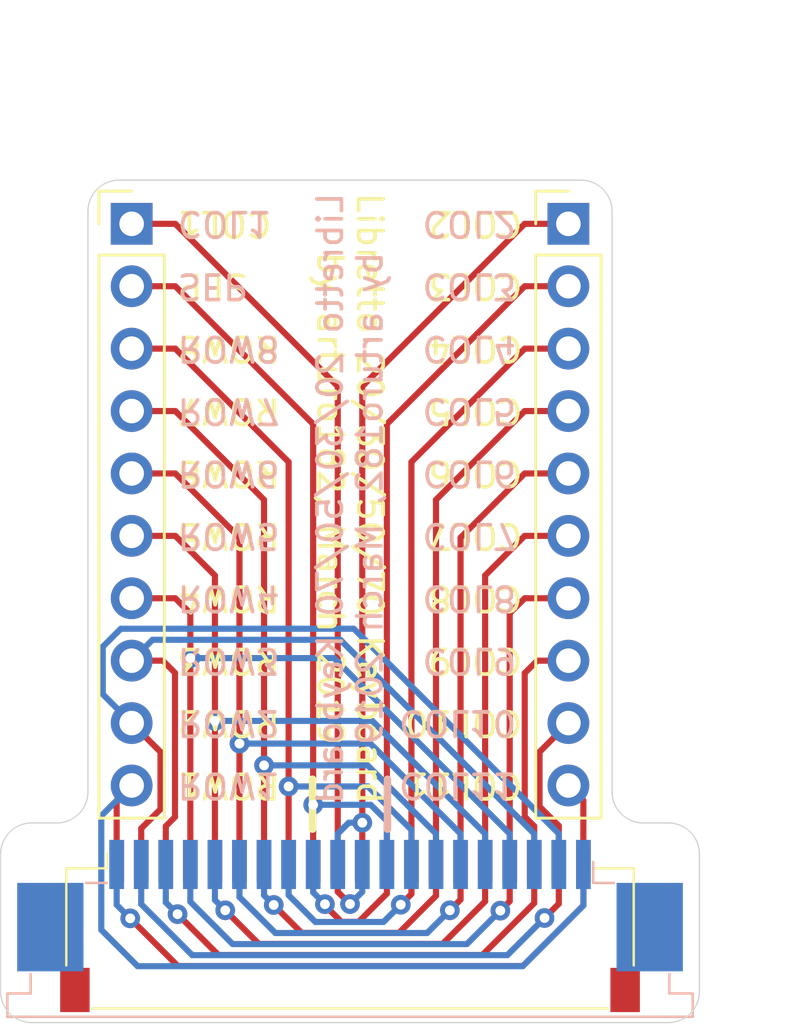
<source format=kicad_pcb>
(kicad_pcb (version 20171130) (host pcbnew "(5.1.0-68-ga7270f8c1)")

  (general
    (thickness 1.6)
    (drawings 63)
    (tracks 192)
    (zones 0)
    (modules 4)
    (nets 21)
  )

  (page A4)
  (layers
    (0 F.Cu signal)
    (31 B.Cu signal)
    (32 B.Adhes user)
    (33 F.Adhes user)
    (34 B.Paste user)
    (35 F.Paste user)
    (36 B.SilkS user hide)
    (37 F.SilkS user hide)
    (38 B.Mask user)
    (39 F.Mask user)
    (40 Dwgs.User user)
    (41 Cmts.User user)
    (42 Eco1.User user)
    (43 Eco2.User user)
    (44 Edge.Cuts user)
    (45 Margin user)
    (46 B.CrtYd user)
    (47 F.CrtYd user)
    (48 B.Fab user)
    (49 F.Fab user)
  )

  (setup
    (last_trace_width 0.25)
    (trace_clearance 0.2)
    (zone_clearance 0.508)
    (zone_45_only no)
    (trace_min 0.2)
    (via_size 0.8)
    (via_drill 0.4)
    (via_min_size 0.4)
    (via_min_drill 0.3)
    (uvia_size 0.3)
    (uvia_drill 0.1)
    (uvias_allowed no)
    (uvia_min_size 0.2)
    (uvia_min_drill 0.1)
    (edge_width 0.05)
    (segment_width 0.2)
    (pcb_text_width 0.3)
    (pcb_text_size 1.5 1.5)
    (mod_edge_width 0.12)
    (mod_text_size 1 1)
    (mod_text_width 0.15)
    (pad_size 1.524 1.524)
    (pad_drill 0.762)
    (pad_to_mask_clearance 0.051)
    (solder_mask_min_width 0.25)
    (aux_axis_origin 0 0)
    (visible_elements 7FFDFF7F)
    (pcbplotparams
      (layerselection 0x010fc_ffffffff)
      (usegerberextensions false)
      (usegerberattributes false)
      (usegerberadvancedattributes false)
      (creategerberjobfile false)
      (excludeedgelayer true)
      (linewidth 0.100000)
      (plotframeref false)
      (viasonmask false)
      (mode 1)
      (useauxorigin false)
      (hpglpennumber 1)
      (hpglpenspeed 20)
      (hpglpendiameter 15.000000)
      (psnegative false)
      (psa4output false)
      (plotreference true)
      (plotvalue true)
      (plotinvisibletext false)
      (padsonsilk false)
      (subtractmaskfromsilk false)
      (outputformat 1)
      (mirror false)
      (drillshape 1)
      (scaleselection 1)
      (outputdirectory ""))
  )

  (net 0 "")
  (net 1 /COL2)
  (net 2 /COL1)
  (net 3 /ROW8)
  (net 4 /ROW7)
  (net 5 /ROW6)
  (net 6 /ROW5)
  (net 7 /ROW4)
  (net 8 /ROW3)
  (net 9 /ROW2)
  (net 10 /ROW1)
  (net 11 /COL11)
  (net 12 /COL10)
  (net 13 /COL9)
  (net 14 /COL8)
  (net 15 /COL7)
  (net 16 /COL6)
  (net 17 /COL5)
  (net 18 /COL4)
  (net 19 /COL3)
  (net 20 /SEP)

  (net_class Default "This is the default net class."
    (clearance 0.2)
    (trace_width 0.25)
    (via_dia 0.8)
    (via_drill 0.4)
    (uvia_dia 0.3)
    (uvia_drill 0.1)
    (add_net /COL1)
    (add_net /COL10)
    (add_net /COL11)
    (add_net /COL2)
    (add_net /COL3)
    (add_net /COL4)
    (add_net /COL5)
    (add_net /COL6)
    (add_net /COL7)
    (add_net /COL8)
    (add_net /COL9)
    (add_net /ROW1)
    (add_net /ROW2)
    (add_net /ROW3)
    (add_net /ROW4)
    (add_net /ROW5)
    (add_net /ROW6)
    (add_net /ROW7)
    (add_net /ROW8)
    (add_net /SEP)
  )

  (module Connector_TE-Connectivity_Extra:2-84953-0 (layer B.Cu) (tedit 5CA0BFC3) (tstamp 5CA0C329)
    (at 156.21 101.635 180)
    (path /5CA0CC30)
    (attr smd)
    (fp_text reference J4 (at 0 -5.25 180) (layer B.SilkS) hide
      (effects (font (size 1 1) (thickness 0.15)) (justify mirror))
    )
    (fp_text value CONN_KEYB2 (at 0 3.8 180) (layer B.Fab)
      (effects (font (size 1 1) (thickness 0.15)) (justify mirror))
    )
    (fp_line (start 13 -3.35) (end 13.9 -3.35) (layer B.SilkS) (width 0.1))
    (fp_line (start 13 -2.55) (end 13 -3.35) (layer B.SilkS) (width 0.1))
    (fp_line (start 13.95 -3.35) (end 13.95 -4.3) (layer B.SilkS) (width 0.1))
    (fp_line (start 9.9 1.15) (end 10.75 1.15) (layer B.SilkS) (width 0.1))
    (fp_line (start -9.9 1.15) (end -9.9 2) (layer B.SilkS) (width 0.1))
    (fp_line (start -13.95 -4.3) (end 13.95 -4.3) (layer B.SilkS) (width 0.1))
    (fp_line (start -13.95 -3.35) (end -13.95 -4.3) (layer B.SilkS) (width 0.1))
    (fp_line (start -13 -3.35) (end -13.9 -3.35) (layer B.SilkS) (width 0.1))
    (fp_line (start -13 -2.55) (end -13 -3.35) (layer B.SilkS) (width 0.1))
    (fp_line (start -9.9 1.15) (end -10.75 1.15) (layer B.SilkS) (width 0.1))
    (fp_line (start -14 -4.35) (end -14 3.3) (layer B.CrtYd) (width 0.12))
    (fp_line (start 14 -4.35) (end -14 -4.35) (layer B.CrtYd) (width 0.12))
    (fp_line (start 14 3.3) (end 14 -4.35) (layer B.CrtYd) (width 0.12))
    (fp_line (start -14 3.3) (end 14 3.3) (layer B.CrtYd) (width 0.12))
    (pad 20 smd rect (at 9.5 1.9 180) (size 0.6 2) (layers B.Cu B.Paste B.Mask)
      (net 11 /COL11))
    (pad 19 smd rect (at 8.5 1.9 180) (size 0.6 2) (layers B.Cu B.Paste B.Mask)
      (net 12 /COL10))
    (pad 18 smd rect (at 7.5 1.9 180) (size 0.6 2) (layers B.Cu B.Paste B.Mask)
      (net 13 /COL9))
    (pad 17 smd rect (at 6.5 1.9 180) (size 0.6 2) (layers B.Cu B.Paste B.Mask)
      (net 14 /COL8))
    (pad 16 smd rect (at 5.5 1.9 180) (size 0.6 2) (layers B.Cu B.Paste B.Mask)
      (net 15 /COL7))
    (pad 15 smd rect (at 4.5 1.9 180) (size 0.6 2) (layers B.Cu B.Paste B.Mask)
      (net 16 /COL6))
    (pad 14 smd rect (at 3.5 1.9 180) (size 0.6 2) (layers B.Cu B.Paste B.Mask)
      (net 17 /COL5))
    (pad 13 smd rect (at 2.5 1.9 180) (size 0.6 2) (layers B.Cu B.Paste B.Mask)
      (net 18 /COL4))
    (pad 12 smd rect (at 1.5 1.9 180) (size 0.6 2) (layers B.Cu B.Paste B.Mask)
      (net 19 /COL3))
    (pad 11 smd rect (at 0.5 1.9 180) (size 0.6 2) (layers B.Cu B.Paste B.Mask)
      (net 1 /COL2))
    (pad 10 smd rect (at -0.5 1.9 180) (size 0.6 2) (layers B.Cu B.Paste B.Mask)
      (net 2 /COL1))
    (pad 9 smd rect (at -1.5 1.9 180) (size 0.6 2) (layers B.Cu B.Paste B.Mask)
      (net 20 /SEP))
    (pad 8 smd rect (at -2.5 1.9 180) (size 0.6 2) (layers B.Cu B.Paste B.Mask)
      (net 3 /ROW8))
    (pad 7 smd rect (at -3.5 1.9 180) (size 0.6 2) (layers B.Cu B.Paste B.Mask)
      (net 4 /ROW7))
    (pad 6 smd rect (at -4.5 1.9 180) (size 0.6 2) (layers B.Cu B.Paste B.Mask)
      (net 5 /ROW6))
    (pad 5 smd rect (at -5.5 1.9 180) (size 0.6 2) (layers B.Cu B.Paste B.Mask)
      (net 6 /ROW5))
    (pad 4 smd rect (at -6.5 1.9 180) (size 0.6 2) (layers B.Cu B.Paste B.Mask)
      (net 7 /ROW4))
    (pad 3 smd rect (at -7.5 1.9 180) (size 0.6 2) (layers B.Cu B.Paste B.Mask)
      (net 8 /ROW3))
    (pad 2 smd rect (at -8.5 1.9 180) (size 0.6 2) (layers B.Cu B.Paste B.Mask)
      (net 9 /ROW2))
    (pad 1 smd rect (at -9.5 1.9 180) (size 0.6 2) (layers B.Cu B.Paste B.Mask)
      (net 10 /ROW1))
    (pad "" smd rect (at -12.2 -0.65 180) (size 2.7 3.6) (layers B.Cu B.Paste B.Mask))
    (pad "" smd rect (at 12.2 -0.65 180) (size 2.7 3.6) (layers B.Cu B.Paste B.Mask))
    (model ${KIPRJMOD}/modules/packages3d/Connector_TE-Connectivity.3dshapes/2-84953-0.step
      (offset (xyz 0 -3.27 1.28))
      (scale (xyz 1 1 1))
      (rotate (xyz -90 0 0))
    )
  )

  (module Connector_TE-Connectivity_Extra:2-84981-0 (layer F.Cu) (tedit 5C9FF15A) (tstamp 5C9FF7EE)
    (at 156.21 102.743)
    (path /5C9AB626)
    (attr smd)
    (fp_text reference J1 (at 12.5 -1 90) (layer F.SilkS) hide
      (effects (font (size 1 1) (thickness 0.15)))
    )
    (fp_text value CONN_KEYB1 (at 0 -3.6) (layer F.Fab)
      (effects (font (size 1 1) (thickness 0.15)))
    )
    (fp_line (start -9.9 -3.45) (end -9.9 -2.85) (layer F.SilkS) (width 0.1))
    (fp_line (start -11.55 -2.85) (end -9.9 -2.85) (layer F.SilkS) (width 0.1))
    (fp_line (start 9.9 -2.85) (end 11.55 -2.85) (layer F.SilkS) (width 0.1))
    (fp_line (start -11.55 1.1) (end -11.55 -2.85) (layer F.SilkS) (width 0.1))
    (fp_line (start 10.5 2.85) (end -10.5 2.85) (layer F.SilkS) (width 0.1))
    (fp_line (start 11.55 -2.85) (end 11.55 1.1) (layer F.SilkS) (width 0.1))
    (fp_line (start -11.5 2.8) (end -11.5 -2.8) (layer F.Fab) (width 0.1))
    (fp_line (start 11.5 2.8) (end -11.5 2.8) (layer F.Fab) (width 0.1))
    (fp_line (start 11.5 -2.8) (end 11.5 2.8) (layer F.Fab) (width 0.1))
    (fp_line (start -11.5 -2.8) (end 11.5 -2.8) (layer F.Fab) (width 0.1))
    (pad 20 smd rect (at 9.5 -3.15) (size 0.6 1.7) (layers F.Cu F.Paste F.Mask)
      (net 11 /COL11))
    (pad 19 smd rect (at 8.5 -3.15) (size 0.6 1.7) (layers F.Cu F.Paste F.Mask)
      (net 12 /COL10))
    (pad 18 smd rect (at 7.5 -3.15) (size 0.6 1.7) (layers F.Cu F.Paste F.Mask)
      (net 13 /COL9))
    (pad 17 smd rect (at 6.5 -3.15) (size 0.6 1.7) (layers F.Cu F.Paste F.Mask)
      (net 14 /COL8))
    (pad 16 smd rect (at 5.5 -3.15) (size 0.6 1.7) (layers F.Cu F.Paste F.Mask)
      (net 15 /COL7))
    (pad 15 smd rect (at 4.5 -3.15) (size 0.6 1.7) (layers F.Cu F.Paste F.Mask)
      (net 16 /COL6))
    (pad 14 smd rect (at 3.5 -3.15) (size 0.6 1.7) (layers F.Cu F.Paste F.Mask)
      (net 17 /COL5))
    (pad 13 smd rect (at 2.5 -3.15) (size 0.6 1.7) (layers F.Cu F.Paste F.Mask)
      (net 18 /COL4))
    (pad 12 smd rect (at 1.5 -3.15) (size 0.6 1.7) (layers F.Cu F.Paste F.Mask)
      (net 19 /COL3))
    (pad 11 smd rect (at 0.5 -3.15) (size 0.6 1.7) (layers F.Cu F.Paste F.Mask)
      (net 1 /COL2))
    (pad 10 smd rect (at -0.5 -3.15) (size 0.6 1.7) (layers F.Cu F.Paste F.Mask)
      (net 2 /COL1))
    (pad 9 smd rect (at -1.5 -3.15) (size 0.6 1.7) (layers F.Cu F.Paste F.Mask)
      (net 20 /SEP))
    (pad 8 smd rect (at -2.5 -3.15) (size 0.6 1.7) (layers F.Cu F.Paste F.Mask)
      (net 3 /ROW8))
    (pad 7 smd rect (at -3.5 -3.15) (size 0.6 1.7) (layers F.Cu F.Paste F.Mask)
      (net 4 /ROW7))
    (pad 6 smd rect (at -4.5 -3.15) (size 0.6 1.7) (layers F.Cu F.Paste F.Mask)
      (net 5 /ROW6))
    (pad 5 smd rect (at -5.5 -3.15) (size 0.6 1.7) (layers F.Cu F.Paste F.Mask)
      (net 6 /ROW5))
    (pad 4 smd rect (at -6.5 -3.15) (size 0.6 1.7) (layers F.Cu F.Paste F.Mask)
      (net 7 /ROW4))
    (pad 3 smd rect (at -7.5 -3.15) (size 0.6 1.7) (layers F.Cu F.Paste F.Mask)
      (net 8 /ROW3))
    (pad 2 smd rect (at -8.5 -3.15) (size 0.6 1.7) (layers F.Cu F.Paste F.Mask)
      (net 9 /ROW2))
    (pad 1 smd rect (at -9.5 -3.15) (size 0.6 1.7) (layers F.Cu F.Paste F.Mask)
      (net 10 /ROW1))
    (pad "" smd rect (at -11.2 2.1) (size 1.2 1.8) (layers F.Cu F.Paste F.Mask))
    (pad "" smd rect (at 11.2 2.1) (size 1.2 1.8) (layers F.Cu F.Paste F.Mask))
    (model ${KIPRJMOD}/modules/packages3d/Connector_TE-Connectivity.3dshapes/2-84981-0.step
      (offset (xyz 0 -2.8 1.5))
      (scale (xyz 1 1 1))
      (rotate (xyz -90 0 0))
    )
  )

  (module Connector_PinHeader_2.54mm:PinHeader_1x10_P2.54mm_Vertical (layer F.Cu) (tedit 59FED5CC) (tstamp 5C9F8C79)
    (at 165.1 73.66)
    (descr "Through hole straight pin header, 1x10, 2.54mm pitch, single row")
    (tags "Through hole pin header THT 1x10 2.54mm single row")
    (path /5C9FFB51)
    (fp_text reference J3 (at 0 -2.33) (layer F.SilkS) hide
      (effects (font (size 1 1) (thickness 0.15)))
    )
    (fp_text value CONN_GPIO2 (at 0 25.19) (layer F.Fab)
      (effects (font (size 1 1) (thickness 0.15)))
    )
    (fp_text user %R (at 0 11.43 90) (layer F.Fab)
      (effects (font (size 1 1) (thickness 0.15)))
    )
    (fp_line (start 1.8 -1.8) (end -1.8 -1.8) (layer F.CrtYd) (width 0.05))
    (fp_line (start 1.8 24.65) (end 1.8 -1.8) (layer F.CrtYd) (width 0.05))
    (fp_line (start -1.8 24.65) (end 1.8 24.65) (layer F.CrtYd) (width 0.05))
    (fp_line (start -1.8 -1.8) (end -1.8 24.65) (layer F.CrtYd) (width 0.05))
    (fp_line (start -1.33 -1.33) (end 0 -1.33) (layer F.SilkS) (width 0.12))
    (fp_line (start -1.33 0) (end -1.33 -1.33) (layer F.SilkS) (width 0.12))
    (fp_line (start -1.33 1.27) (end 1.33 1.27) (layer F.SilkS) (width 0.12))
    (fp_line (start 1.33 1.27) (end 1.33 24.19) (layer F.SilkS) (width 0.12))
    (fp_line (start -1.33 1.27) (end -1.33 24.19) (layer F.SilkS) (width 0.12))
    (fp_line (start -1.33 24.19) (end 1.33 24.19) (layer F.SilkS) (width 0.12))
    (fp_line (start -1.27 -0.635) (end -0.635 -1.27) (layer F.Fab) (width 0.1))
    (fp_line (start -1.27 24.13) (end -1.27 -0.635) (layer F.Fab) (width 0.1))
    (fp_line (start 1.27 24.13) (end -1.27 24.13) (layer F.Fab) (width 0.1))
    (fp_line (start 1.27 -1.27) (end 1.27 24.13) (layer F.Fab) (width 0.1))
    (fp_line (start -0.635 -1.27) (end 1.27 -1.27) (layer F.Fab) (width 0.1))
    (pad 10 thru_hole oval (at 0 22.86) (size 1.7 1.7) (drill 1) (layers *.Cu *.Mask)
      (net 11 /COL11))
    (pad 9 thru_hole oval (at 0 20.32) (size 1.7 1.7) (drill 1) (layers *.Cu *.Mask)
      (net 12 /COL10))
    (pad 8 thru_hole oval (at 0 17.78) (size 1.7 1.7) (drill 1) (layers *.Cu *.Mask)
      (net 13 /COL9))
    (pad 7 thru_hole oval (at 0 15.24) (size 1.7 1.7) (drill 1) (layers *.Cu *.Mask)
      (net 14 /COL8))
    (pad 6 thru_hole oval (at 0 12.7) (size 1.7 1.7) (drill 1) (layers *.Cu *.Mask)
      (net 15 /COL7))
    (pad 5 thru_hole oval (at 0 10.16) (size 1.7 1.7) (drill 1) (layers *.Cu *.Mask)
      (net 16 /COL6))
    (pad 4 thru_hole oval (at 0 7.62) (size 1.7 1.7) (drill 1) (layers *.Cu *.Mask)
      (net 17 /COL5))
    (pad 3 thru_hole oval (at 0 5.08) (size 1.7 1.7) (drill 1) (layers *.Cu *.Mask)
      (net 18 /COL4))
    (pad 2 thru_hole oval (at 0 2.54) (size 1.7 1.7) (drill 1) (layers *.Cu *.Mask)
      (net 19 /COL3))
    (pad 1 thru_hole rect (at 0 0) (size 1.7 1.7) (drill 1) (layers *.Cu *.Mask)
      (net 1 /COL2))
    (model ${KISYS3DMOD}/Connector_PinHeader_2.54mm.3dshapes/PinHeader_1x10_P2.54mm_Vertical.wrl
      (at (xyz 0 0 0))
      (scale (xyz 1 1 1))
      (rotate (xyz 0 0 0))
    )
  )

  (module Connector_PinHeader_2.54mm:PinHeader_1x10_P2.54mm_Vertical (layer F.Cu) (tedit 59FED5CC) (tstamp 5CA0C5EE)
    (at 147.32 73.66)
    (descr "Through hole straight pin header, 1x10, 2.54mm pitch, single row")
    (tags "Through hole pin header THT 1x10 2.54mm single row")
    (path /5C9FC606)
    (fp_text reference J2 (at 0 -2.33) (layer F.SilkS) hide
      (effects (font (size 1 1) (thickness 0.15)))
    )
    (fp_text value CONN_GPIO1 (at 0 25.19) (layer F.Fab)
      (effects (font (size 1 1) (thickness 0.15)))
    )
    (fp_text user %R (at 0 11.43 90) (layer F.Fab)
      (effects (font (size 1 1) (thickness 0.15)))
    )
    (fp_line (start 1.8 -1.8) (end -1.8 -1.8) (layer F.CrtYd) (width 0.05))
    (fp_line (start 1.8 24.65) (end 1.8 -1.8) (layer F.CrtYd) (width 0.05))
    (fp_line (start -1.8 24.65) (end 1.8 24.65) (layer F.CrtYd) (width 0.05))
    (fp_line (start -1.8 -1.8) (end -1.8 24.65) (layer F.CrtYd) (width 0.05))
    (fp_line (start -1.33 -1.33) (end 0 -1.33) (layer F.SilkS) (width 0.12))
    (fp_line (start -1.33 0) (end -1.33 -1.33) (layer F.SilkS) (width 0.12))
    (fp_line (start -1.33 1.27) (end 1.33 1.27) (layer F.SilkS) (width 0.12))
    (fp_line (start 1.33 1.27) (end 1.33 24.19) (layer F.SilkS) (width 0.12))
    (fp_line (start -1.33 1.27) (end -1.33 24.19) (layer F.SilkS) (width 0.12))
    (fp_line (start -1.33 24.19) (end 1.33 24.19) (layer F.SilkS) (width 0.12))
    (fp_line (start -1.27 -0.635) (end -0.635 -1.27) (layer F.Fab) (width 0.1))
    (fp_line (start -1.27 24.13) (end -1.27 -0.635) (layer F.Fab) (width 0.1))
    (fp_line (start 1.27 24.13) (end -1.27 24.13) (layer F.Fab) (width 0.1))
    (fp_line (start 1.27 -1.27) (end 1.27 24.13) (layer F.Fab) (width 0.1))
    (fp_line (start -0.635 -1.27) (end 1.27 -1.27) (layer F.Fab) (width 0.1))
    (pad 10 thru_hole oval (at 0 22.86) (size 1.7 1.7) (drill 1) (layers *.Cu *.Mask)
      (net 10 /ROW1))
    (pad 9 thru_hole oval (at 0 20.32) (size 1.7 1.7) (drill 1) (layers *.Cu *.Mask)
      (net 9 /ROW2))
    (pad 8 thru_hole oval (at 0 17.78) (size 1.7 1.7) (drill 1) (layers *.Cu *.Mask)
      (net 8 /ROW3))
    (pad 7 thru_hole oval (at 0 15.24) (size 1.7 1.7) (drill 1) (layers *.Cu *.Mask)
      (net 7 /ROW4))
    (pad 6 thru_hole oval (at 0 12.7) (size 1.7 1.7) (drill 1) (layers *.Cu *.Mask)
      (net 6 /ROW5))
    (pad 5 thru_hole oval (at 0 10.16) (size 1.7 1.7) (drill 1) (layers *.Cu *.Mask)
      (net 5 /ROW6))
    (pad 4 thru_hole oval (at 0 7.62) (size 1.7 1.7) (drill 1) (layers *.Cu *.Mask)
      (net 4 /ROW7))
    (pad 3 thru_hole oval (at 0 5.08) (size 1.7 1.7) (drill 1) (layers *.Cu *.Mask)
      (net 3 /ROW8))
    (pad 2 thru_hole oval (at 0 2.54) (size 1.7 1.7) (drill 1) (layers *.Cu *.Mask)
      (net 20 /SEP))
    (pad 1 thru_hole rect (at 0 0) (size 1.7 1.7) (drill 1) (layers *.Cu *.Mask)
      (net 2 /COL1))
    (model ${KISYS3DMOD}/Connector_PinHeader_2.54mm.3dshapes/PinHeader_1x10_P2.54mm_Vertical.wrl
      (at (xyz 0 0 0))
      (scale (xyz 1 1 1))
      (rotate (xyz 0 0 0))
    )
  )

  (dimension 21.336 (width 0.15) (layer Margin)
    (gr_text "0.84 in" (at 156.21 65.248) (layer Margin)
      (effects (font (size 1 1) (thickness 0.15)))
    )
    (feature1 (pts (xy 166.878 66.802) (xy 166.878 65.961579)))
    (feature2 (pts (xy 145.542 66.802) (xy 145.542 65.961579)))
    (crossbar (pts (xy 145.542 66.548) (xy 166.878 66.548)))
    (arrow1a (pts (xy 166.878 66.548) (xy 165.751496 67.134421)))
    (arrow1b (pts (xy 166.878 66.548) (xy 165.751496 65.961579)))
    (arrow2a (pts (xy 145.542 66.548) (xy 146.668504 67.134421)))
    (arrow2b (pts (xy 145.542 66.548) (xy 146.668504 65.961579)))
  )
  (gr_line (start 157.734 98.298) (end 157.734 96.266) (layer B.SilkS) (width 0.3048) (tstamp 5CA0DDB8))
  (dimension 34.29 (width 0.15) (layer Margin)
    (gr_text "1.35 in" (at 173.512 89.027 90) (layer Margin)
      (effects (font (size 1 1) (thickness 0.15)))
    )
    (feature1 (pts (xy 171.45 71.882) (xy 172.798421 71.882)))
    (feature2 (pts (xy 171.45 106.172) (xy 172.798421 106.172)))
    (crossbar (pts (xy 172.212 106.172) (xy 172.212 71.882)))
    (arrow1a (pts (xy 172.212 71.882) (xy 172.798421 73.008504)))
    (arrow1b (pts (xy 172.212 71.882) (xy 171.625579 73.008504)))
    (arrow2a (pts (xy 172.212 106.172) (xy 172.798421 105.045496)))
    (arrow2b (pts (xy 172.212 106.172) (xy 171.625579 105.045496)))
  )
  (gr_arc (start 144.272 96.774) (end 144.272 98.044) (angle -90) (layer Edge.Cuts) (width 0.05) (tstamp 5CA0D4CB))
  (gr_line (start 144.272 98.044) (end 143.256 98.044) (layer Edge.Cuts) (width 0.05) (tstamp 5CA0D4CA))
  (gr_line (start 143.256 106.172) (end 169.164 106.172) (layer Edge.Cuts) (width 0.05) (tstamp 5CA0D4C7))
  (gr_line (start 141.986 99.314) (end 141.986 104.902) (layer Edge.Cuts) (width 0.05) (tstamp 5CA0D4C6))
  (gr_arc (start 143.256 99.314) (end 143.256 98.044) (angle -90) (layer Edge.Cuts) (width 0.05) (tstamp 5CA0D4B9))
  (gr_arc (start 143.256 104.902) (end 141.986 104.902) (angle -90) (layer Edge.Cuts) (width 0.05) (tstamp 5CA0D4B4))
  (gr_arc (start 169.164 104.902) (end 169.164 106.172) (angle -90) (layer Edge.Cuts) (width 0.05) (tstamp 5CA0D4AA))
  (gr_line (start 170.434 99.314) (end 170.434 104.902) (layer Edge.Cuts) (width 0.05))
  (gr_line (start 168.148 98.044) (end 169.164 98.044) (layer Edge.Cuts) (width 0.05) (tstamp 5CA0D4A8))
  (gr_arc (start 169.164 99.314) (end 170.434 99.314) (angle -90) (layer Edge.Cuts) (width 0.05) (tstamp 5CA0D4A4))
  (gr_arc (start 168.148 96.774) (end 166.878 96.774) (angle -90) (layer Edge.Cuts) (width 0.05) (tstamp 5CA0D49C))
  (dimension 17.78 (width 0.15) (layer Margin)
    (gr_text "0.7000 in" (at 156.21 69.185) (layer Margin)
      (effects (font (size 1 1) (thickness 0.15)))
    )
    (feature1 (pts (xy 165.1 71.12) (xy 165.1 69.898579)))
    (feature2 (pts (xy 147.32 71.12) (xy 147.32 69.898579)))
    (crossbar (pts (xy 147.32 70.485) (xy 165.1 70.485)))
    (arrow1a (pts (xy 165.1 70.485) (xy 163.973496 71.071421)))
    (arrow1b (pts (xy 165.1 70.485) (xy 163.973496 69.898579)))
    (arrow2a (pts (xy 147.32 70.485) (xy 148.446504 71.071421)))
    (arrow2b (pts (xy 147.32 70.485) (xy 148.446504 69.898579)))
  )
  (gr_line (start 154.686 98.298) (end 154.686 96.266) (layer F.SilkS) (width 0.3048))
  (gr_text COL10 (at 163.068 93.98 180) (layer B.SilkS) (tstamp 5CA0040C)
    (effects (font (size 1 1) (thickness 0.15)) (justify right mirror))
  )
  (gr_text COL2 (at 163.068 73.66 180) (layer B.SilkS) (tstamp 5CA0040B)
    (effects (font (size 1 1) (thickness 0.15)) (justify right mirror))
  )
  (gr_text COL9 (at 163.068 91.44 180) (layer B.SilkS) (tstamp 5CA0040A)
    (effects (font (size 1 1) (thickness 0.15)) (justify right mirror))
  )
  (gr_text COL11 (at 163.068 96.52 180) (layer B.SilkS) (tstamp 5CA00409)
    (effects (font (size 1 1) (thickness 0.15)) (justify right mirror))
  )
  (gr_text COL5 (at 163.068 81.28 180) (layer B.SilkS) (tstamp 5CA00408)
    (effects (font (size 1 1) (thickness 0.15)) (justify right mirror))
  )
  (gr_text COL4 (at 163.068 78.74 180) (layer B.SilkS) (tstamp 5CA00407)
    (effects (font (size 1 1) (thickness 0.15)) (justify right mirror))
  )
  (gr_text COL7 (at 163.068 86.36 180) (layer B.SilkS) (tstamp 5CA00406)
    (effects (font (size 1 1) (thickness 0.15)) (justify right mirror))
  )
  (gr_text COL6 (at 163.068 83.82 180) (layer B.SilkS) (tstamp 5CA00405)
    (effects (font (size 1 1) (thickness 0.15)) (justify right mirror))
  )
  (gr_text COL8 (at 163.068 88.9 180) (layer B.SilkS) (tstamp 5CA00404)
    (effects (font (size 1 1) (thickness 0.15)) (justify right mirror))
  )
  (gr_text COL3 (at 163.068 76.2 180) (layer B.SilkS) (tstamp 5CA00403)
    (effects (font (size 1 1) (thickness 0.15)) (justify right mirror))
  )
  (gr_text "Libretto 20/30/50/70 Keyboard\nby arturo182, March 2019" (at 156.21 84.836 90) (layer B.SilkS) (tstamp 5CA003AD)
    (effects (font (size 1 1) (thickness 0.15)) (justify mirror))
  )
  (gr_text ROW4 (at 149.098 88.9 180) (layer B.SilkS) (tstamp 5CA0033A)
    (effects (font (size 1 1) (thickness 0.15)) (justify left mirror))
  )
  (gr_text COL1 (at 149.098 73.66 180) (layer B.SilkS) (tstamp 5CA00339)
    (effects (font (size 1 1) (thickness 0.15)) (justify left mirror))
  )
  (gr_text ROW8 (at 149.098 78.74 180) (layer B.SilkS) (tstamp 5CA00338)
    (effects (font (size 1 1) (thickness 0.15)) (justify left mirror))
  )
  (gr_text SEP (at 149.098 76.2 180) (layer B.SilkS) (tstamp 5CA00337)
    (effects (font (size 1 1) (thickness 0.15)) (justify left mirror))
  )
  (gr_text ROW5 (at 149.098 86.36 180) (layer B.SilkS) (tstamp 5CA00336)
    (effects (font (size 1 1) (thickness 0.15)) (justify left mirror))
  )
  (gr_text ROW1 (at 149.098 96.52 180) (layer B.SilkS) (tstamp 5CA00335)
    (effects (font (size 1 1) (thickness 0.15)) (justify left mirror))
  )
  (gr_text ROW6 (at 149.098 83.82 180) (layer B.SilkS) (tstamp 5CA00334)
    (effects (font (size 1 1) (thickness 0.15)) (justify left mirror))
  )
  (gr_text ROW2 (at 149.098 93.98 180) (layer B.SilkS) (tstamp 5CA00333)
    (effects (font (size 1 1) (thickness 0.15)) (justify left mirror))
  )
  (gr_text ROW3 (at 149.098 91.44 180) (layer B.SilkS) (tstamp 5CA00332)
    (effects (font (size 1 1) (thickness 0.15)) (justify left mirror))
  )
  (gr_text ROW7 (at 149.098 81.28 180) (layer B.SilkS) (tstamp 5CA00331)
    (effects (font (size 1 1) (thickness 0.15)) (justify left mirror))
  )
  (gr_text "Libretto 20/30/50/70 Keyboard\nby arturo182, March 2019" (at 156.21 84.836 270) (layer F.SilkS)
    (effects (font (size 1 1) (thickness 0.15)))
  )
  (gr_text COL11 (at 163.322 96.52 180) (layer F.SilkS) (tstamp 5CA00236)
    (effects (font (size 1 1) (thickness 0.15)) (justify left))
  )
  (gr_text COL10 (at 163.322 93.98 180) (layer F.SilkS) (tstamp 5CA00234)
    (effects (font (size 1 1) (thickness 0.15)) (justify left))
  )
  (gr_text COL9 (at 163.322 91.44 180) (layer F.SilkS) (tstamp 5CA00232)
    (effects (font (size 1 1) (thickness 0.15)) (justify left))
  )
  (gr_text COL8 (at 163.322 88.9 180) (layer F.SilkS) (tstamp 5CA00230)
    (effects (font (size 1 1) (thickness 0.15)) (justify left))
  )
  (gr_text COL7 (at 163.322 86.36 180) (layer F.SilkS) (tstamp 5CA0022E)
    (effects (font (size 1 1) (thickness 0.15)) (justify left))
  )
  (gr_text COL6 (at 163.322 83.82 180) (layer F.SilkS) (tstamp 5CA0022C)
    (effects (font (size 1 1) (thickness 0.15)) (justify left))
  )
  (gr_text COL5 (at 163.322 81.28 180) (layer F.SilkS) (tstamp 5CA0022A)
    (effects (font (size 1 1) (thickness 0.15)) (justify left))
  )
  (gr_text COL4 (at 163.322 78.74 180) (layer F.SilkS) (tstamp 5CA00228)
    (effects (font (size 1 1) (thickness 0.15)) (justify left))
  )
  (gr_text COL3 (at 163.322 76.2 180) (layer F.SilkS) (tstamp 5CA00226)
    (effects (font (size 1 1) (thickness 0.15)) (justify left))
  )
  (gr_text COL2 (at 163.322 73.66 180) (layer F.SilkS) (tstamp 5CA00214)
    (effects (font (size 1 1) (thickness 0.15)) (justify left))
  )
  (gr_text ROW1 (at 149.098 96.52 180) (layer F.SilkS) (tstamp 5CA001F8)
    (effects (font (size 1 1) (thickness 0.15)) (justify right))
  )
  (gr_text ROW2 (at 149.098 93.98 180) (layer F.SilkS) (tstamp 5CA001F6)
    (effects (font (size 1 1) (thickness 0.15)) (justify right))
  )
  (gr_text ROW3 (at 149.098 91.44 180) (layer F.SilkS) (tstamp 5CA001F4)
    (effects (font (size 1 1) (thickness 0.15)) (justify right))
  )
  (gr_text ROW4 (at 149.098 88.9 180) (layer F.SilkS) (tstamp 5CA001F2)
    (effects (font (size 1 1) (thickness 0.15)) (justify right))
  )
  (gr_text ROW5 (at 149.098 86.36 180) (layer F.SilkS) (tstamp 5CA001F0)
    (effects (font (size 1 1) (thickness 0.15)) (justify right))
  )
  (gr_text ROW6 (at 149.098 83.82 180) (layer F.SilkS) (tstamp 5CA001EE)
    (effects (font (size 1 1) (thickness 0.15)) (justify right))
  )
  (gr_text ROW7 (at 149.098 81.28 180) (layer F.SilkS) (tstamp 5CA001EC)
    (effects (font (size 1 1) (thickness 0.15)) (justify right))
  )
  (gr_text ROW8 (at 149.098 78.74 180) (layer F.SilkS) (tstamp 5CA001EA)
    (effects (font (size 1 1) (thickness 0.15)) (justify right))
  )
  (gr_text SEP (at 149.098 76.2 180) (layer F.SilkS) (tstamp 5CA001E8)
    (effects (font (size 1 1) (thickness 0.15)) (justify right))
  )
  (gr_text COL1 (at 149.098 73.66 180) (layer F.SilkS) (tstamp 5CA00220)
    (effects (font (size 1 1) (thickness 0.15)) (justify right))
  )
  (gr_arc (start 165.608 73.152) (end 166.878 73.152) (angle -90) (layer Edge.Cuts) (width 0.05) (tstamp 5C9FFCCD))
  (gr_arc (start 146.812 73.152) (end 146.812 71.882) (angle -90) (layer Edge.Cuts) (width 0.05) (tstamp 5C9FFCC8))
  (gr_line (start 166.878 96.774) (end 166.878 73.152) (layer Edge.Cuts) (width 0.05) (tstamp 5C9FFC29))
  (gr_line (start 145.542 73.152) (end 145.542 96.774) (layer Edge.Cuts) (width 0.05))
  (gr_line (start 165.608 71.882) (end 146.812 71.882) (layer Edge.Cuts) (width 0.05))

  (segment (start 163.322 73.66) (end 165.1 73.66) (width 0.25) (layer F.Cu) (net 1))
  (segment (start 156.71 80.272) (end 163.322 73.66) (width 0.25) (layer F.Cu) (net 1))
  (via (at 156.71 98.036) (size 0.8) (drill 0.4) (layers F.Cu B.Cu) (net 1))
  (segment (start 156.159 98.036) (end 156.71 98.036) (width 0.25) (layer B.Cu) (net 1))
  (segment (start 155.71 98.485) (end 156.159 98.036) (width 0.25) (layer B.Cu) (net 1))
  (segment (start 155.71 99.735) (end 155.71 98.485) (width 0.25) (layer B.Cu) (net 1))
  (segment (start 156.71 99.593) (end 156.71 98.036) (width 0.25) (layer F.Cu) (net 1))
  (segment (start 156.71 98.036) (end 156.71 80.272) (width 0.25) (layer F.Cu) (net 1))
  (segment (start 149.098 73.66) (end 147.32 73.66) (width 0.25) (layer F.Cu) (net 2))
  (segment (start 155.71 99.593) (end 155.71 80.272) (width 0.25) (layer F.Cu) (net 2))
  (segment (start 155.71 80.272) (end 149.098 73.66) (width 0.25) (layer F.Cu) (net 2))
  (via (at 156.21 101.346) (size 0.8) (drill 0.4) (layers F.Cu B.Cu) (net 2))
  (segment (start 156.71 99.735) (end 156.71 100.846) (width 0.25) (layer B.Cu) (net 2))
  (segment (start 156.71 100.846) (end 156.21 101.346) (width 0.25) (layer B.Cu) (net 2))
  (segment (start 155.71 100.846) (end 155.71 99.593) (width 0.25) (layer F.Cu) (net 2))
  (segment (start 156.21 101.346) (end 155.71 100.846) (width 0.25) (layer F.Cu) (net 2))
  (segment (start 149.098 78.74) (end 147.32 78.74) (width 0.25) (layer F.Cu) (net 3))
  (segment (start 153.71 83.352) (end 149.098 78.74) (width 0.25) (layer F.Cu) (net 3))
  (via (at 153.71 96.56) (size 0.8) (drill 0.4) (layers F.Cu B.Cu) (net 3))
  (segment (start 156.943412 96.56) (end 153.71 96.56) (width 0.25) (layer B.Cu) (net 3))
  (segment (start 158.71 98.326588) (end 156.943412 96.56) (width 0.25) (layer B.Cu) (net 3))
  (segment (start 158.71 99.735) (end 158.71 98.326588) (width 0.25) (layer B.Cu) (net 3))
  (segment (start 153.71 99.593) (end 153.71 96.56) (width 0.25) (layer F.Cu) (net 3))
  (segment (start 153.71 96.56) (end 153.71 83.352) (width 0.25) (layer F.Cu) (net 3))
  (segment (start 147.32 81.28) (end 149.098 81.28) (width 0.25) (layer F.Cu) (net 4))
  (segment (start 149.098 81.28) (end 152.71 84.892) (width 0.25) (layer F.Cu) (net 4))
  (via (at 152.71 95.702) (size 0.8) (drill 0.4) (layers F.Cu B.Cu) (net 4))
  (segment (start 156.927 95.702) (end 152.71 95.702) (width 0.25) (layer B.Cu) (net 4))
  (segment (start 159.71 98.485) (end 156.927 95.702) (width 0.25) (layer B.Cu) (net 4))
  (segment (start 159.71 99.735) (end 159.71 98.485) (width 0.25) (layer B.Cu) (net 4))
  (segment (start 152.71 84.892) (end 152.71 95.702) (width 0.25) (layer F.Cu) (net 4))
  (segment (start 152.71 95.702) (end 152.71 99.593) (width 0.25) (layer F.Cu) (net 4))
  (segment (start 149.098 83.82) (end 147.32 83.82) (width 0.25) (layer F.Cu) (net 5))
  (segment (start 151.71 86.432) (end 149.098 83.82) (width 0.25) (layer F.Cu) (net 5))
  (via (at 151.71 94.814) (size 0.8) (drill 0.4) (layers F.Cu B.Cu) (net 5))
  (segment (start 157.039 94.814) (end 151.71 94.814) (width 0.25) (layer B.Cu) (net 5))
  (segment (start 160.71 98.485) (end 157.039 94.814) (width 0.25) (layer B.Cu) (net 5))
  (segment (start 160.71 99.735) (end 160.71 98.485) (width 0.25) (layer B.Cu) (net 5))
  (segment (start 151.71 99.593) (end 151.71 94.814) (width 0.25) (layer F.Cu) (net 5))
  (segment (start 151.71 94.814) (end 151.71 86.432) (width 0.25) (layer F.Cu) (net 5))
  (segment (start 147.32 86.36) (end 149.098 86.36) (width 0.25) (layer F.Cu) (net 6))
  (segment (start 149.098 86.36) (end 150.71 87.972) (width 0.25) (layer F.Cu) (net 6))
  (via (at 150.71 93.892) (size 0.8) (drill 0.4) (layers F.Cu B.Cu) (net 6))
  (segment (start 157.117 93.892) (end 150.71 93.892) (width 0.25) (layer B.Cu) (net 6))
  (segment (start 161.71 98.485) (end 157.117 93.892) (width 0.25) (layer B.Cu) (net 6))
  (segment (start 161.71 99.735) (end 161.71 98.485) (width 0.25) (layer B.Cu) (net 6))
  (segment (start 150.71 87.972) (end 150.71 93.892) (width 0.25) (layer F.Cu) (net 6))
  (segment (start 150.71 93.892) (end 150.71 99.593) (width 0.25) (layer F.Cu) (net 6))
  (segment (start 147.32 88.9) (end 149.098 88.9) (width 0.25) (layer F.Cu) (net 7))
  (segment (start 149.098 88.9) (end 149.71 89.512) (width 0.25) (layer F.Cu) (net 7))
  (via (at 149.71 91.336) (size 0.8) (drill 0.4) (layers F.Cu B.Cu) (net 7))
  (segment (start 155.561 91.336) (end 149.71 91.336) (width 0.25) (layer B.Cu) (net 7))
  (segment (start 162.71 98.485) (end 155.561 91.336) (width 0.25) (layer B.Cu) (net 7))
  (segment (start 162.71 99.735) (end 162.71 98.485) (width 0.25) (layer B.Cu) (net 7))
  (segment (start 149.71 89.512) (end 149.71 91.336) (width 0.25) (layer F.Cu) (net 7))
  (segment (start 149.71 91.336) (end 149.71 99.593) (width 0.25) (layer F.Cu) (net 7))
  (segment (start 163.709994 99.735006) (end 163.71 99.735) (width 0.25) (layer B.Cu) (net 8))
  (segment (start 148.59 91.44) (end 147.32 91.44) (width 0.25) (layer F.Cu) (net 8))
  (segment (start 149.084999 91.934999) (end 148.59 91.44) (width 0.25) (layer F.Cu) (net 8))
  (segment (start 149.084999 97.803001) (end 149.084999 91.934999) (width 0.25) (layer F.Cu) (net 8))
  (segment (start 148.71 99.593) (end 148.71 98.178) (width 0.25) (layer F.Cu) (net 8))
  (segment (start 148.71 98.178) (end 149.084999 97.803001) (width 0.25) (layer F.Cu) (net 8))
  (segment (start 148.169999 90.590001) (end 147.32 91.44) (width 0.25) (layer B.Cu) (net 8))
  (segment (start 155.815001 90.590001) (end 148.169999 90.590001) (width 0.25) (layer B.Cu) (net 8))
  (segment (start 163.71 99.735) (end 163.71 98.485) (width 0.25) (layer B.Cu) (net 8))
  (segment (start 163.71 98.485) (end 155.815001 90.590001) (width 0.25) (layer B.Cu) (net 8))
  (segment (start 148.495001 95.155001) (end 147.32 93.98) (width 0.25) (layer F.Cu) (net 9))
  (segment (start 148.495001 97.4845) (end 148.495001 95.155001) (width 0.25) (layer F.Cu) (net 9))
  (segment (start 147.71 99.593) (end 147.71 98.269501) (width 0.25) (layer F.Cu) (net 9))
  (segment (start 147.71 98.269501) (end 148.495001 97.4845) (width 0.25) (layer F.Cu) (net 9))
  (segment (start 146.470001 93.130001) (end 147.32 93.98) (width 0.25) (layer B.Cu) (net 9))
  (segment (start 146.144999 92.804999) (end 146.470001 93.130001) (width 0.25) (layer B.Cu) (net 9))
  (segment (start 146.144999 90.875999) (end 146.144999 92.804999) (width 0.25) (layer B.Cu) (net 9))
  (segment (start 146.881007 90.139991) (end 146.144999 90.875999) (width 0.25) (layer B.Cu) (net 9))
  (segment (start 156.364991 90.139991) (end 146.881007 90.139991) (width 0.25) (layer B.Cu) (net 9))
  (segment (start 164.71 98.485) (end 156.364991 90.139991) (width 0.25) (layer B.Cu) (net 9))
  (segment (start 164.71 99.735) (end 164.71 98.485) (width 0.25) (layer B.Cu) (net 9))
  (segment (start 146.709991 99.593009) (end 146.71 99.593) (width 0.25) (layer F.Cu) (net 10))
  (segment (start 146.71 97.13) (end 147.32 96.52) (width 0.25) (layer F.Cu) (net 10))
  (segment (start 146.71 99.593) (end 146.71 97.13) (width 0.25) (layer F.Cu) (net 10))
  (segment (start 146.084999 97.755001) (end 146.470001 97.369999) (width 0.25) (layer B.Cu) (net 10))
  (segment (start 146.084999 102.396999) (end 146.084999 97.755001) (width 0.25) (layer B.Cu) (net 10))
  (segment (start 147.563557 103.875557) (end 146.084999 102.396999) (width 0.25) (layer B.Cu) (net 10))
  (segment (start 163.239074 103.875557) (end 147.563557 103.875557) (width 0.25) (layer B.Cu) (net 10))
  (segment (start 146.470001 97.369999) (end 147.32 96.52) (width 0.25) (layer B.Cu) (net 10))
  (segment (start 165.71 101.404631) (end 163.239074 103.875557) (width 0.25) (layer B.Cu) (net 10))
  (segment (start 165.71 99.735) (end 165.71 101.404631) (width 0.25) (layer B.Cu) (net 10))
  (segment (start 165.71 97.13) (end 165.1 96.52) (width 0.25) (layer F.Cu) (net 11))
  (segment (start 165.71 99.593) (end 165.71 97.13) (width 0.25) (layer F.Cu) (net 11))
  (via (at 147.261615 101.928105) (size 0.8) (drill 0.4) (layers F.Cu B.Cu) (net 11))
  (segment (start 147.261615 101.928105) (end 146.71 101.37649) (width 0.25) (layer B.Cu) (net 11))
  (segment (start 146.71 101.37649) (end 146.71 99.735) (width 0.25) (layer B.Cu) (net 11))
  (segment (start 165.71 101.404631) (end 163.24359 103.871041) (width 0.25) (layer F.Cu) (net 11))
  (segment (start 165.71 99.593) (end 165.71 101.404631) (width 0.25) (layer F.Cu) (net 11))
  (segment (start 163.24359 103.871041) (end 149.204551 103.871041) (width 0.25) (layer F.Cu) (net 11))
  (segment (start 149.204551 103.871041) (end 147.261615 101.928105) (width 0.25) (layer F.Cu) (net 11))
  (segment (start 164.709997 99.593003) (end 164.71 99.593) (width 0.25) (layer F.Cu) (net 12))
  (segment (start 164.71 98.162) (end 164.71 99.593) (width 0.25) (layer F.Cu) (net 12))
  (segment (start 163.924999 97.376999) (end 164.71 98.162) (width 0.25) (layer F.Cu) (net 12))
  (segment (start 165.1 93.98) (end 163.924999 95.155001) (width 0.25) (layer F.Cu) (net 12))
  (segment (start 163.924999 95.155001) (end 163.924999 97.376999) (width 0.25) (layer F.Cu) (net 12))
  (via (at 164.127721 101.913908) (size 0.8) (drill 0.4) (layers F.Cu B.Cu) (net 12))
  (segment (start 162.616082 103.425547) (end 164.127721 101.913908) (width 0.25) (layer B.Cu) (net 12))
  (segment (start 149.784362 103.425547) (end 162.616082 103.425547) (width 0.25) (layer B.Cu) (net 12))
  (segment (start 147.71 99.735) (end 147.71 101.351185) (width 0.25) (layer B.Cu) (net 12))
  (segment (start 147.71 101.351185) (end 149.784362 103.425547) (width 0.25) (layer B.Cu) (net 12))
  (segment (start 164.71 101.331629) (end 164.71 99.593) (width 0.25) (layer F.Cu) (net 12))
  (segment (start 164.127721 101.913908) (end 164.71 101.331629) (width 0.25) (layer F.Cu) (net 12))
  (segment (start 163.83 91.44) (end 165.1 91.44) (width 0.25) (layer F.Cu) (net 13))
  (segment (start 163.322 91.948) (end 163.83 91.44) (width 0.25) (layer F.Cu) (net 13))
  (segment (start 163.322 97.79) (end 163.322 91.948) (width 0.25) (layer F.Cu) (net 13))
  (segment (start 163.71 99.593) (end 163.71 98.178) (width 0.25) (layer F.Cu) (net 13))
  (segment (start 163.71 98.178) (end 163.322 97.79) (width 0.25) (layer F.Cu) (net 13))
  (via (at 149.18941 101.757593) (size 0.8) (drill 0.4) (layers F.Cu B.Cu) (net 13))
  (segment (start 150.852848 103.421031) (end 149.18941 101.757593) (width 0.25) (layer F.Cu) (net 13))
  (segment (start 161.595293 103.421031) (end 150.852848 103.421031) (width 0.25) (layer F.Cu) (net 13))
  (segment (start 163.71 99.593) (end 163.71 101.306324) (width 0.25) (layer F.Cu) (net 13))
  (segment (start 163.71 101.306324) (end 161.595293 103.421031) (width 0.25) (layer F.Cu) (net 13))
  (segment (start 148.71 101.278183) (end 148.71 99.735) (width 0.25) (layer B.Cu) (net 13))
  (segment (start 149.18941 101.757593) (end 148.71 101.278183) (width 0.25) (layer B.Cu) (net 13))
  (segment (start 163.322 88.9) (end 165.1 88.9) (width 0.25) (layer F.Cu) (net 14))
  (segment (start 162.71 99.593) (end 162.71 89.512) (width 0.25) (layer F.Cu) (net 14))
  (segment (start 162.71 89.512) (end 163.322 88.9) (width 0.25) (layer F.Cu) (net 14))
  (segment (start 162.709991 99.593009) (end 162.71 99.593) (width 0.25) (layer F.Cu) (net 14))
  (via (at 162.329195 101.614127) (size 0.8) (drill 0.4) (layers F.Cu B.Cu) (net 14))
  (segment (start 160.967784 102.975538) (end 162.329195 101.614127) (width 0.25) (layer B.Cu) (net 14))
  (segment (start 151.432536 102.975538) (end 160.967784 102.975538) (width 0.25) (layer B.Cu) (net 14))
  (segment (start 149.71 99.735) (end 149.71 101.253002) (width 0.25) (layer B.Cu) (net 14))
  (segment (start 149.71 101.253002) (end 151.432536 102.975538) (width 0.25) (layer B.Cu) (net 14))
  (segment (start 162.71 101.233322) (end 162.71 99.593) (width 0.25) (layer F.Cu) (net 14))
  (segment (start 162.329195 101.614127) (end 162.71 101.233322) (width 0.25) (layer F.Cu) (net 14))
  (segment (start 163.322 86.36) (end 165.1 86.36) (width 0.25) (layer F.Cu) (net 15))
  (segment (start 161.71 99.593) (end 161.71 87.972) (width 0.25) (layer F.Cu) (net 15))
  (segment (start 161.71 87.972) (end 163.322 86.36) (width 0.25) (layer F.Cu) (net 15))
  (via (at 151.13 101.6) (size 0.8) (drill 0.4) (layers F.Cu B.Cu) (net 15))
  (segment (start 152.501021 102.971021) (end 151.13 101.6) (width 0.25) (layer F.Cu) (net 15))
  (segment (start 159.975981 102.971021) (end 152.501021 102.971021) (width 0.25) (layer F.Cu) (net 15))
  (segment (start 161.71 99.593) (end 161.71 101.237002) (width 0.25) (layer F.Cu) (net 15))
  (segment (start 161.71 101.237002) (end 159.975981 102.971021) (width 0.25) (layer F.Cu) (net 15))
  (segment (start 150.71 101.18) (end 150.71 99.735) (width 0.25) (layer B.Cu) (net 15))
  (segment (start 151.13 101.6) (end 150.71 101.18) (width 0.25) (layer B.Cu) (net 15))
  (segment (start 163.322 83.82) (end 165.1 83.82) (width 0.25) (layer F.Cu) (net 16))
  (segment (start 160.71 99.593) (end 160.71 86.432) (width 0.25) (layer F.Cu) (net 16))
  (segment (start 160.71 86.432) (end 163.322 83.82) (width 0.25) (layer F.Cu) (net 16))
  (via (at 160.274 101.6) (size 0.8) (drill 0.4) (layers F.Cu B.Cu) (net 16))
  (segment (start 159.348472 102.525528) (end 160.274 101.6) (width 0.25) (layer B.Cu) (net 16))
  (segment (start 153.173251 102.525528) (end 159.348472 102.525528) (width 0.25) (layer B.Cu) (net 16))
  (segment (start 151.71 99.735) (end 151.71 101.062277) (width 0.25) (layer B.Cu) (net 16))
  (segment (start 151.71 101.062277) (end 153.173251 102.525528) (width 0.25) (layer B.Cu) (net 16))
  (segment (start 160.71 101.164) (end 160.71 99.593) (width 0.25) (layer F.Cu) (net 16))
  (segment (start 160.274 101.6) (end 160.71 101.164) (width 0.25) (layer F.Cu) (net 16))
  (segment (start 152.709991 99.735009) (end 152.71 99.735) (width 0.25) (layer B.Cu) (net 17))
  (segment (start 163.322 81.28) (end 165.1 81.28) (width 0.25) (layer F.Cu) (net 17))
  (segment (start 159.71 99.593) (end 159.71 84.892) (width 0.25) (layer F.Cu) (net 17))
  (segment (start 159.71 84.892) (end 163.322 81.28) (width 0.25) (layer F.Cu) (net 17))
  (via (at 153.104562 101.383837) (size 0.8) (drill 0.4) (layers F.Cu B.Cu) (net 17))
  (segment (start 154.241736 102.521011) (end 153.104562 101.383837) (width 0.25) (layer F.Cu) (net 17))
  (segment (start 158.200208 102.521011) (end 154.241736 102.521011) (width 0.25) (layer F.Cu) (net 17))
  (segment (start 159.71 99.593) (end 159.71 101.011219) (width 0.25) (layer F.Cu) (net 17))
  (segment (start 159.71 101.011219) (end 158.200208 102.521011) (width 0.25) (layer F.Cu) (net 17))
  (segment (start 152.71 100.989275) (end 152.71 99.735) (width 0.25) (layer B.Cu) (net 17))
  (segment (start 153.104562 101.383837) (end 152.71 100.989275) (width 0.25) (layer B.Cu) (net 17))
  (segment (start 163.322 78.74) (end 165.1 78.74) (width 0.25) (layer F.Cu) (net 18))
  (segment (start 158.71 99.593) (end 158.71 83.352) (width 0.25) (layer F.Cu) (net 18))
  (segment (start 158.71 83.352) (end 163.322 78.74) (width 0.25) (layer F.Cu) (net 18))
  (via (at 158.275405 101.372812) (size 0.8) (drill 0.4) (layers F.Cu B.Cu) (net 18))
  (segment (start 157.572699 102.075518) (end 158.275405 101.372812) (width 0.25) (layer B.Cu) (net 18))
  (segment (start 154.800518 102.075518) (end 157.572699 102.075518) (width 0.25) (layer B.Cu) (net 18))
  (segment (start 153.71 99.735) (end 153.71 100.985) (width 0.25) (layer B.Cu) (net 18))
  (segment (start 153.71 100.985) (end 154.800518 102.075518) (width 0.25) (layer B.Cu) (net 18))
  (segment (start 158.71 100.938217) (end 158.71 99.593) (width 0.25) (layer F.Cu) (net 18))
  (segment (start 158.275405 101.372812) (end 158.71 100.938217) (width 0.25) (layer F.Cu) (net 18))
  (segment (start 163.322 76.2) (end 165.1 76.2) (width 0.25) (layer F.Cu) (net 19))
  (segment (start 157.71 99.593) (end 157.71 81.812) (width 0.25) (layer F.Cu) (net 19))
  (segment (start 157.71 81.812) (end 163.322 76.2) (width 0.25) (layer F.Cu) (net 19))
  (segment (start 154.709991 99.735009) (end 154.71 99.735) (width 0.25) (layer B.Cu) (net 19))
  (via (at 155.189338 101.350517) (size 0.8) (drill 0.4) (layers F.Cu B.Cu) (net 19))
  (segment (start 155.189338 101.39834) (end 155.189338 101.350517) (width 0.25) (layer F.Cu) (net 19))
  (segment (start 155.861999 102.071001) (end 155.189338 101.39834) (width 0.25) (layer F.Cu) (net 19))
  (segment (start 156.558001 102.071001) (end 155.861999 102.071001) (width 0.25) (layer F.Cu) (net 19))
  (segment (start 157.71 99.593) (end 157.71 100.919002) (width 0.25) (layer F.Cu) (net 19))
  (segment (start 157.71 100.919002) (end 156.558001 102.071001) (width 0.25) (layer F.Cu) (net 19))
  (segment (start 154.71 100.871179) (end 154.71 99.735) (width 0.25) (layer B.Cu) (net 19))
  (segment (start 155.189338 101.350517) (end 154.71 100.871179) (width 0.25) (layer B.Cu) (net 19))
  (segment (start 147.32 76.2) (end 149.098 76.2) (width 0.25) (layer F.Cu) (net 20))
  (segment (start 149.098 76.2) (end 154.71 81.812) (width 0.25) (layer F.Cu) (net 20))
  (via (at 154.71 97.306) (size 0.8) (drill 0.4) (layers F.Cu B.Cu) (net 20))
  (segment (start 157.053002 97.306) (end 154.71 97.306) (width 0.25) (layer B.Cu) (net 20))
  (segment (start 157.71 97.962998) (end 157.053002 97.306) (width 0.25) (layer B.Cu) (net 20))
  (segment (start 157.71 99.735) (end 157.71 97.962998) (width 0.25) (layer B.Cu) (net 20))
  (segment (start 154.71 81.812) (end 154.71 97.306) (width 0.25) (layer F.Cu) (net 20))
  (segment (start 154.71 97.306) (end 154.71 99.593) (width 0.25) (layer F.Cu) (net 20))

)

</source>
